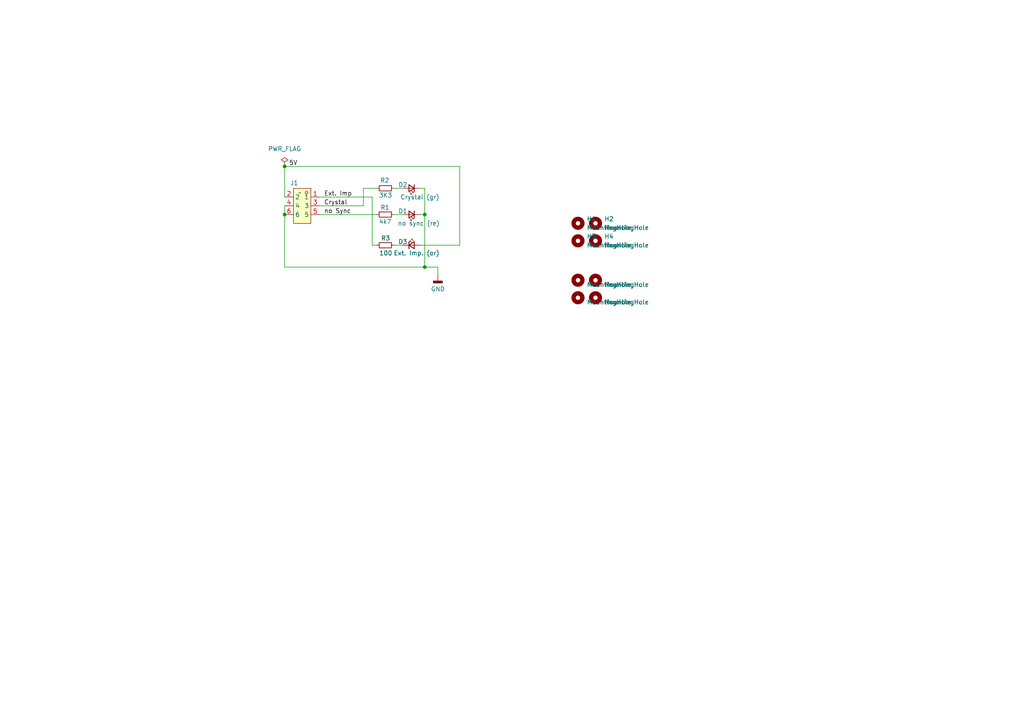
<source format=kicad_sch>
(kicad_sch (version 20231120) (generator "eeschema") (generator_version "8.0")
  (paper "A4")
  (lib_symbols
    (symbol "Device:LED_Small" (pin_numbers hide) (pin_names (offset 0.254) hide)
      (property "Reference" "D" (at -1.27 3.175 0))
      (property "Value" "LED_Small" (at -4.445 -2.54 0))
      (symbol "LED_Small_0_1"
        (polyline (pts (xy -0.762 -1.016) (xy -0.762 1.016)) (stroke (width 0.254)))
        (polyline (pts (xy 1.016 0) (xy -0.762 0)))
        (polyline (pts (xy 0.762 -1.016) (xy -0.762 0) (xy 0.762 1.016) (xy 0.762 -1.016)) (stroke (width 0.254)))
        (polyline (pts (xy 0 0.762) (xy -0.508 1.27) (xy -0.254 1.27) (xy -0.508 1.27) (xy -0.508 1.016)))
        (polyline (pts (xy 0.508 1.27) (xy 0 1.778) (xy 0.254 1.778) (xy 0 1.778) (xy 0 1.524)))
      )
      (symbol "LED_Small_1_1"
        (pin passive line (at -2.54 0 0) (length 1.778) (name "K") (number "1"))
        (pin passive line (at 2.54 0 180) (length 1.778) (name "A") (number "2"))
      )
    )
    (symbol "Device:R_Small" (pin_numbers hide) (pin_names (offset 0.254) hide)
      (property "Reference" "R" (at 0.762 0.508 0))
      (property "Value" "R_Small" (at 0.762 -1.016 0))
      (symbol "R_Small_0_1"
        (rectangle (start -0.762 1.778) (end 0.762 -1.778) (stroke (width 0.2032)))
      )
      (symbol "R_Small_1_1"
        (pin passive line (at 0 2.54 270) (length 0.762) (name "~") (number "1"))
        (pin passive line (at 0 -2.54 90) (length 0.762) (name "~") (number "2"))
      )
    )
    (symbol "Mechanical:MountingHole" (pin_names (offset 1.016)) (exclude_from_sim yes) (in_bom no)
      (property "Reference" "H" (at 0 5.08 0))
      (property "Value" "MountingHole" (at 0 3.175 0))
      (symbol "MountingHole_0_1"
        (circle (center 0 0) (radius 1.27) (stroke (width 1.27)))
      )
    )
    (symbol "easyEDA:PZ200-2-03-S"
      (property "Reference" "U" (at 0 7.62 0))
      (property "Value" "PZ200-2-03-S" (at 0 -7.62 0))
      (symbol "PZ200-2-03-S_0_1"
        (rectangle (start -2.54 5.08) (end 2.54 -5.08) (fill (type background)))
        (circle (center -1.27 3.81) (radius 0.38))
        (pin unspecified line (at -5.08 2.54 0) (length 2.54) (name "1") (number "1"))
        (pin unspecified line (at 5.08 2.54 180) (length 2.54) (name "2") (number "2"))
        (pin unspecified line (at -5.08 0 0) (length 2.54) (name "3") (number "3"))
        (pin unspecified line (at 5.08 0 180) (length 2.54) (name "4") (number "4"))
        (pin unspecified line (at -5.08 -2.54 0) (length 2.54) (name "5") (number "5"))
        (pin unspecified line (at 5.08 -2.54 180) (length 2.54) (name "6") (number "6"))
      )
    )
    (symbol "power:GNDD" (power) (pin_numbers hide) (pin_names (offset 0) hide)
      (property "Value" "GNDD" (at 0 -3.175 0))
      (symbol "GNDD_0_1"
        (rectangle (start -1.27 -1.524) (end 1.27 -2.032) (stroke (width 0.254)) (fill (type outline)))
        (polyline (pts (xy 0 0) (xy 0 -1.524)))
      )
      (symbol "GNDD_1_1"
        (pin power_in line (at 0 0 270) (length 0) (name "~") (number "1"))
      )
    )
    (symbol "power:PWR_FLAG" (power) (pin_numbers hide) (pin_names (offset 0) hide)
      (property "Value" "PWR_FLAG" (at 0 3.81 0))
      (symbol "PWR_FLAG_0_0"
        (pin power_out line (at 0 0 90) (length 0) (name "~") (number "1"))
      )
      (symbol "PWR_FLAG_0_1"
        (polyline (pts (xy 0 0) (xy 0 1.27) (xy -1.016 1.905) (xy 0 2.54) (xy 1.016 1.905) (xy 0 1.27)))
      )
    )
  )
  (junction (at 123.19 62.23))
  (junction (at 82.55 62.23))
  (junction (at 123.19 77.47))
  (junction (at 82.55 48.26))
  (wire (pts (xy 107.95 71.12) (xy 109.22 71.12)))
  (wire (pts (xy 82.55 48.26) (xy 133.35 48.26)))
  (wire (pts (xy 105.41 54.61) (xy 105.41 59.69)))
  (wire (pts (xy 127 80.01) (xy 127 77.47)))
  (wire (pts (xy 123.19 54.61) (xy 121.92 54.61)))
  (wire (pts (xy 107.95 71.12) (xy 107.95 57.15)))
  (wire (pts (xy 133.35 48.26) (xy 133.35 71.12)))
  (wire (pts (xy 105.41 59.69) (xy 92.71 59.69)))
  (wire (pts (xy 82.55 77.47) (xy 123.19 77.47)))
  (wire (pts (xy 123.19 62.23) (xy 123.19 77.47)))
  (wire (pts (xy 82.55 62.23) (xy 82.55 59.69)))
  (wire (pts (xy 114.3 71.12) (xy 116.84 71.12)))
  (wire (pts (xy 123.19 77.47) (xy 127 77.47)))
  (wire (pts (xy 114.3 54.61) (xy 116.84 54.61)))
  (wire (pts (xy 82.55 77.47) (xy 82.55 62.23)))
  (wire (pts (xy 123.19 54.61) (xy 123.19 62.23)))
  (wire (pts (xy 107.95 57.15) (xy 92.71 57.15)))
  (wire (pts (xy 116.84 62.23) (xy 114.3 62.23)))
  (wire (pts (xy 92.71 62.23) (xy 109.22 62.23)))
  (wire (pts (xy 133.35 71.12) (xy 121.92 71.12)))
  (wire (pts (xy 123.19 62.23) (xy 121.92 62.23)))
  (wire (pts (xy 105.41 54.61) (xy 109.22 54.61)))
  (wire (pts (xy 82.55 57.15) (xy 82.55 48.26)))
  (label "Ext. Imp" (at 93.98 57.15 0))
  (label "5V" (at 83.82 48.26 0))
  (label "no Sync" (at 93.98 62.23 0))
  (label "Crystal" (at 93.98 59.69 0))
  (symbol (lib_id "power:GNDD") (at 127 80.01 0) (unit 1)
    (property "Reference" "#PWR01" (effects (hide yes)))
    (property "Value" "GND" (at 127 83.82 0))
    (property "Description" "Power symbol creates a global label with name \"GNDD\" , digital ground" (effects (hide yes)))
  )
  (symbol (lib_id "easyEDA:PZ200-2-03-S") (at 87.63 59.69 0) (mirror y) (unit 1)
    (property "Reference" "J1" (at 85.344 53.086 0))
    (property "Value" "~" (at 86.995 55.88 0))
    (property "Footprint" "easyEDA:HDR-SMD_6P-P2.00-V-M-R2-C3-LS6.5_flipped" (effects (hide yes)))
    (property "Datasheet" "https://www.lcsc.com/datasheet/lcsc_datasheet_2306091018_HCTL-PZ200-2-03-S_C3294482.pdf" (effects (hide yes)))
    (property "Description" "Generic connector, single row, 01x04, script generated" (effects (hide yes)))
    (property "LCSC Part" "C3294482" (effects (hide yes)))
    (property "LCSC" "C3294482" (effects (hide yes)))
  )
  (symbol (lib_id "Mechanical:MountingHole") (at 167.64 69.85 0) (unit 1) (exclude_from_sim yes) (in_bom no)
    (property "Reference" "H3" (at 170.18 68.5799 0) (effects (justify left)))
    (property "Value" "MountingHole" (at 170.18 71.1199 0) (effects (justify left)))
    (property "Footprint" "MountingHole:MountingHole_3.2mm_M3_DIN965" (effects (hide yes)))
    (property "Description" "Mounting Hole without connection" (effects (hide yes)))
  )
  (symbol (lib_id "Device:LED_Small") (at 119.38 54.61 180) (unit 1)
    (property "Reference" "D2" (at 116.84 53.594 0))
    (property "Value" "Crystal (gr)" (at 116.078 57.15 0) (effects (justify right)))
    (property "Footprint" "easyEDA:LED-SMD_L3.2-W1.6-RD-EH-3_kicad" (effects (hide yes)))
    (property "LCSC" "C2980185" (effects (hide yes)))
    (property "Inventory" "B" (effects (hide yes)))
  )
  (symbol (lib_id "Mechanical:MountingHole") (at 172.72 64.77 0) (unit 1) (exclude_from_sim yes) (in_bom no)
    (property "Reference" "H2" (at 175.26 63.4999 0) (effects (justify left)))
    (property "Value" "MountingHole" (at 175.26 66.0399 0) (effects (justify left)))
    (property "Footprint" "MountingHole:MountingHole_3.2mm_M3_DIN965" (effects (hide yes)))
    (property "Description" "Mounting Hole without connection" (effects (hide yes)))
  )
  (symbol (lib_id "Mechanical:MountingHole") (at 172.72 69.85 0) (unit 1) (exclude_from_sim yes) (in_bom no)
    (property "Reference" "H4" (at 175.26 68.5799 0) (effects (justify left)))
    (property "Value" "MountingHole" (at 175.26 71.1199 0) (effects (justify left)))
    (property "Footprint" "MountingHole:MountingHole_3.2mm_M3_DIN965" (effects (hide yes)))
    (property "Description" "Mounting Hole without connection" (effects (hide yes)))
  )
  (symbol (lib_id "Mechanical:MountingHole") (at 167.64 64.77 0) (unit 1) (exclude_from_sim yes) (in_bom no)
    (property "Reference" "H1" (at 170.18 63.4999 0) (effects (justify left)))
    (property "Value" "MountingHole" (at 170.18 66.0399 0) (effects (justify left)))
    (property "Footprint" "MountingHole:MountingHole_3.2mm_M3_DIN965" (effects (hide yes)))
    (property "Description" "Mounting Hole without connection" (effects (hide yes)))
  )
  (symbol (lib_id "power:PWR_FLAG") (at 82.55 48.26 0) (unit 1)
    (property "Reference" "#FLG01" (effects (hide yes)))
    (property "Value" "PWR_FLAG" (at 82.55 43.18 0))
    (property "Description" "Special symbol for telling ERC where power comes from" (effects (hide yes)))
  )
  (symbol (lib_id "Device:R_Small") (at 111.76 62.23 90) (unit 1)
    (property "Reference" "R1" (at 113.03 60.198 90) (effects (justify left)))
    (property "Value" "4k7" (at 113.538 64.262 90) (effects (justify left)))
    (property "Footprint" "Resistor_SMD:R_0603_1608Metric" (effects (hide yes)))
    (property "Inventory" "B" (effects (hide yes)))
  )
  (symbol (lib_id "Mechanical:MountingHole") (at 167.64 81.28 0) (unit 1) (exclude_from_sim yes) (in_bom no)
    (property "Reference" "H5" (effects (hide yes)))
    (property "Value" "MountingHole" (at 170.18 82.5499 0) (effects (justify left)))
    (property "Footprint" "MountingHole:MountingHole_3.2mm_M3_DIN965" (effects (hide yes)))
    (property "Description" "Mounting Hole without connection" (effects (hide yes)))
  )
  (symbol (lib_id "Device:LED_Small") (at 119.38 71.12 0) (unit 1)
    (property "Reference" "D3" (at 116.84 70.104 0))
    (property "Value" "Ext. Imp. (or)" (at 127.508 73.406 0) (effects (justify right)))
    (property "Footprint" "easyEDA:LED-SMD_L3.2-W1.6-RD-EH-3_kicad" (effects (hide yes)))
    (property "Datasheet" "https://www.mouser.de/datasheet/2/143/evers03120_1-2266815.pdf" (effects (hide yes)))
    (property "LCSC" "C424133" (effects (hide yes)))
    (property "Inventory" "B" (effects (hide yes)))
  )
  (symbol (lib_id "Device:R_Small") (at 111.76 71.12 270) (unit 1)
    (property "Reference" "R3" (at 110.49 69.088 90) (effects (justify left)))
    (property "Value" "100" (at 109.982 73.406 90) (effects (justify left)))
    (property "Footprint" "Resistor_SMD:R_0603_1608Metric" (effects (hide yes)))
    (property "Inventory" "B" (effects (hide yes)))
  )
  (symbol (lib_id "Mechanical:MountingHole") (at 172.72 81.28 0) (unit 1) (exclude_from_sim yes) (in_bom no)
    (property "Reference" "H6" (effects (hide yes)))
    (property "Value" "MountingHole" (at 175.26 82.5499 0) (effects (justify left)))
    (property "Footprint" "MountingHole:MountingHole_3.2mm_M3_DIN965" (effects (hide yes)))
    (property "Description" "Mounting Hole without connection" (effects (hide yes)))
  )
  (symbol (lib_id "Mechanical:MountingHole") (at 172.72 86.36 0) (unit 1) (exclude_from_sim yes) (in_bom no)
    (property "Reference" "H8" (effects (hide yes)))
    (property "Value" "MountingHole" (at 175.26 87.6299 0) (effects (justify left)))
    (property "Footprint" "MountingHole:MountingHole_3.2mm_M3_DIN965" (effects (hide yes)))
    (property "Description" "Mounting Hole without connection" (effects (hide yes)))
  )
  (symbol (lib_id "Mechanical:MountingHole") (at 167.64 86.36 0) (unit 1) (exclude_from_sim yes) (in_bom no)
    (property "Reference" "H7" (effects (hide yes)))
    (property "Value" "MountingHole" (at 170.18 87.6299 0) (effects (justify left)))
    (property "Footprint" "MountingHole:MountingHole_3.2mm_M3_DIN965" (effects (hide yes)))
    (property "Description" "Mounting Hole without connection" (effects (hide yes)))
  )
  (symbol (lib_id "Device:LED_Small") (at 119.38 62.23 180) (unit 1)
    (property "Reference" "D1" (at 116.84 61.214 0))
    (property "Value" "no sync (re)" (at 115.316 64.77 0) (effects (justify right)))
    (property "Footprint" "easyEDA:LED-SMD_L3.2-W1.6-RD-EH-3_kicad" (effects (hide yes)))
    (property "LCSC" "C2892757" (effects (hide yes)))
    (property "Inventory" "B" (effects (hide yes)))
  )
  (symbol (lib_id "Device:R_Small") (at 111.76 54.61 90) (unit 1)
    (property "Reference" "R2" (at 110.236 52.324 90) (effects (justify right)))
    (property "Value" "3K3" (at 113.792 56.642 90) (effects (justify left)))
    (property "Footprint" "Resistor_SMD:R_0603_1608Metric" (effects (hide yes)))
    (property "LCSC" "C22978" (effects (hide yes)))
    (property "Inventory" "B" (effects (hide yes)))
  )
)
</source>
